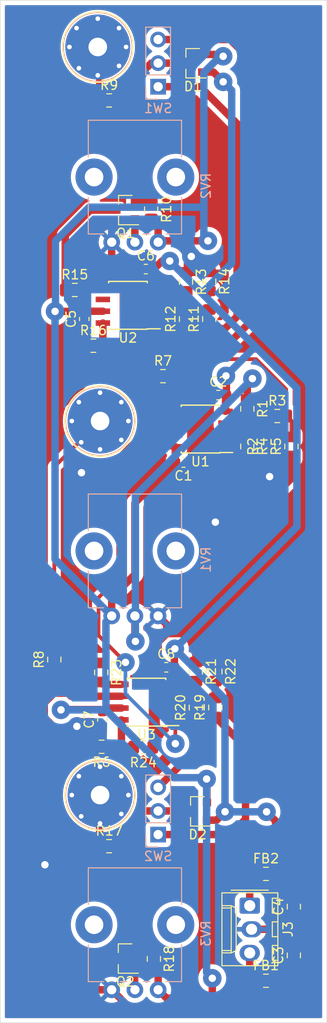
<source format=kicad_pcb>
(kicad_pcb (version 20241229) (generator "pcbnew") (generator_version "9.0")
  (layers (0 "F.Cu" signal) (2 "B.Cu" signal) (13 "F.Paste" user) (15 "B.Paste" user) (5 "F.SilkS" user "F.Silkscreen") (7 "B.SilkS" user "B.Silkscreen") (1 "F.Mask" user) (3 "B.Mask" user) (25 "Edge.Cuts" user))
  (net 0 "")
  (net 1 "GND")
  (net 2 "+5V")
  (net 3 "-5V")
  (net 4 "Net-(U3--In)")
  (net 5 "Net-(J3-Pin_3)")
  (net 6 "Net-(J3-Pin_1)")
  (net 7 "/channel-a/in")
  (net 8 "/channel-b/in")
  (net 9 "Net-(J4-Pin_1)")
  (net 10 "Net-(Q1-PadE)")
  (net 11 "Net-(Q1-PadB)")
  (net 12 "Net-(Q1-PadC)")
  (net 13 "Net-(Q2-PadE)")
  (net 14 "Net-(Q2-PadB)")
  (net 15 "Net-(Q2-PadC)")
  (net 16 "Net-(U1A-+)")
  (net 17 "Net-(R1-Pad1)")
  (net 18 "Net-(U1A--)")
  (net 19 "/channel-a/mix")
  (net 20 "Net-(R4-Pad2)")
  (net 21 "/channel-b/fb")
  (net 22 "/channel-b/out")
  (net 23 "Net-(U3-+In)")
  (net 24 "Net-(SW1-B)")
  (net 25 "Net-(U3-Iset)")
  (net 26 "/channel-a/fb")
  (net 27 "Net-(SW2-B)")
  (net 28 "Net-(U1B--)")
  (net 29 "/channel-a/out")
  (net 30 "Net-(SW1-A)")
  (net 31 "Net-(U2--In)")
  (net 32 "Net-(U2-+In)")
  (net 33 "Net-(SW1-C)")
  (net 34 "Net-(U2-Iset)")
  (net 35 "Net-(SW2-A)")
  (net 36 "Net-(SW2-C)")
  (footprint "synkie_footprints:R_0805_2012Metric_Pad1.15x1.40mm_HandSolder" (layer "F.Cu") (at 41.25 47.475 -90)
    (property "Reference" "R10")
    (property "Value" "4k3")
  )
  (footprint "synkie_footprints:SOIC-8_3.9x4.9mm_P1.27mm" (layer "F.Cu") (at 38.75 57.8 180)
    (property "Reference" "U2")
    (property "Value" "LT1228")
  )
  (footprint "synkie_footprints:R_0805_2012Metric_Pad1.15x1.40mm_HandSolder" (layer "F.Cu") (at 48.16 97.205 -90)
    (property "Reference" "R22")
    (property "Value" "1k")
  )
  (footprint "synkie_footprints:R_0805_2012Metric_Pad1.15x1.40mm_HandSolder" (layer "F.Cu") (at 33.025 56.145)
    (property "Reference" "R15")
    (property "Value" "1k")
  )
  (footprint "synkie_footprints:R_0805_2012Metric_Pad1.15x1.40mm_HandSolder" (layer "F.Cu") (at 46.06 97.215 -90)
    (property "Reference" "R21")
    (property "Value" "1k")
  )
  (footprint "synkie_footprints:C_0603_1608Metric_Pad1.05x0.95mm_HandSolder" (layer "F.Cu") (at 36 102.375 90)
    (property "Reference" "C7")
    (property "Value" "100n")
  )
  (footprint "synkie_footprints:C_0603_1608Metric_Pad1.05x0.95mm_HandSolder" (layer "F.Cu") (at 40.675 53.895)
    (property "Reference" "C6")
    (property "Value" "100n")
  )
  (footprint "synkie_footprints:C_0805_2012Metric_Pad1.15x1.40mm_HandSolder" (layer "F.Cu") (at 56.61 127.755 90)
    (property "Reference" "C3")
    (property "Value" "10u")
  )
  (footprint "synkie_footprints:Solderpad-SYNKIEPAD-2mm" (layer "F.Cu") (at 35.75 70.25)
    (property "Reference" "J4" (hide yes))
    (property "Value" "Out")
  )
  (footprint "synkie_footprints:Molex_KK-254_AE-6410-03A_1x03_P2.54mm_Vertical" (layer "F.Cu") (at 51.86 122.4 -90)
    (property "Reference" "J3")
    (property "Value" "Power")
  )
  (footprint "synkie_footprints:R_0805_2012Metric_Pad1.15x1.40mm_HandSolder" (layer "F.Cu") (at 51.6 72.985 -90)
    (property "Reference" "R4")
    (property "Value" "10k")
  )
  (footprint "synkie_footprints:C_0603_1608Metric_Pad1.05x0.95mm_HandSolder" (layer "F.Cu") (at 44.725 74.71 180)
    (property "Reference" "C1")
    (property "Value" "100n")
  )
  (footprint "synkie_footprints:R_0805_2012Metric_Pad1.15x1.40mm_HandSolder" (layer "F.Cu") (at 51.6 68.935 -90)
    (property "Reference" "R1")
    (property "Value" "100k")
  )
  (footprint "synkie_footprints:R_0805_2012Metric_Pad1.15x1.40mm_HandSolder" (layer "F.Cu") (at 56.35 72.985 90)
    (property "Reference" "R5")
    (property "Value" "470")
  )
  (footprint "synkie_footprints:R_0805_2012Metric_Pad1.15x1.40mm_HandSolder" (layer "F.Cu") (at 36.725 35.75)
    (property "Reference" "R9")
    (property "Value" "100")
  )
  (footprint "synkie_footprints:C_0603_1608Metric_Pad1.05x0.95mm_HandSolder" (layer "F.Cu") (at 48.475 67.46)
    (property "Reference" "C2")
    (property "Value" "100n")
  )
  (footprint "synkie_footprints:R_0805_2012Metric_Pad1.15x1.40mm_HandSolder" (layer "F.Cu") (at 53.85 72.985 90)
    (property "Reference" "R2")
    (property "Value" "100k")
  )
  (footprint "synkie_footprints:SOT-23_BEC" (layer "F.Cu") (at 38.5 47.55 180)
    (property "Reference" "Q1")
    (property "Value" "PNP")
  )
  (footprint "synkie_footprints:R_0805_2012Metric_Pad1.15x1.40mm_HandSolder" (layer "F.Cu") (at 45 59.275 90)
    (property "Reference" "R12")
    (property "Value" "10k")
  )
  (footprint "synkie_footprints:R_0805_2012Metric_Pad1.15x1.40mm_HandSolder" (layer "F.Cu") (at 54.825 69.71)
    (property "Reference" "R3")
    (property "Value" "10k")
  )
  (footprint "synkie_footprints:R_0805_2012Metric_Pad1.15x1.40mm_HandSolder" (layer "F.Cu") (at 36.725 116)
    (property "Reference" "R17")
    (property "Value" "100")
  )
  (footprint "synkie_footprints:R_0805_2012Metric_Pad1.15x1.40mm_HandSolder" (layer "F.Cu") (at 41.54 128.125 -90)
    (property "Reference" "R18")
    (property "Value" "4k3")
  )
  (footprint "synkie_footprints:SOT-23" (layer "F.Cu") (at 46.25 112.25 180)
    (property "Reference" "D2")
    (property "Value" "BAT54S")
  )
  (footprint "synkie_footprints:SOIC-8_3.9x4.9mm_P1.27mm" (layer "F.Cu") (at 46.55 71.115 180)
    (property "Reference" "U1")
    (property "Value" "LM833")
  )
  (footprint "synkie_footprints:SOT-23_BEC" (layer "F.Cu") (at 38.47 128.09 180)
    (property "Reference" "Q2")
    (property "Value" "PNP")
  )
  (footprint "synkie_footprints:C_0805_2012Metric_Pad1.15x1.40mm_HandSolder" (layer "F.Cu") (at 56.61 122.505 90)
    (property "Reference" "C4")
    (property "Value" "10u")
  )
  (footprint "synkie_footprints:C_0603_1608Metric_Pad1.05x0.95mm_HandSolder" (layer "F.Cu") (at 42.875 96.75)
    (property "Reference" "C8")
    (property "Value" "100n")
  )
  (footprint "synkie_footprints:R_0805_2012Metric_Pad1.15x1.40mm_HandSolder" (layer "F.Cu") (at 46.06 101.085 90)
    (property "Reference" "R20")
    (property "Value" "10k")
  )
  (footprint "synkie_footprints:R_0805_2012Metric_Pad1.15x1.40mm_HandSolder" (layer "F.Cu") (at 48.15 101.075 90)
    (property "Reference" "R19")
    (property "Value" "10k")
  )
  (footprint "synkie_footprints:Solderpad-SYNKIEPAD-2mm" (layer "F.Cu") (at 35.5 30)
    (property "Reference" "J1" (hide yes))
    (property "Value" "In-A")
  )
  (footprint "synkie_footprints:R_0805_2012Metric_Pad1.15x1.40mm_HandSolder" (layer "F.Cu") (at 47.5 59.275 90)
    (property "Reference" "R11")
    (property "Value" "10k")
  )
  (footprint "synkie_footprints:R_0805_2012Metric_Pad1.15x1.40mm_HandSolder" (layer "F.Cu") (at 45 55.275 -90)
    (property "Reference" "R13")
    (property "Value" "1k")
  )
  (footprint "synkie_footprints:R_0805_2012Metric_Pad1.15x1.40mm_HandSolder" (layer "F.Cu") (at 35.915 105.3 180)
    (property "Reference" "R6")
    (property "Value" "560")
  )
  (footprint "synkie_footprints:L_0805_2012Metric_Pad1.15x1.40mm_HandSolder" (layer "F.Cu") (at 53.61 130.48)
    (property "Reference" "FB1")
    (property "Value" "330u")
  )
  (footprint "synkie_footprints:R_0805_2012Metric_Pad1.15x1.40mm_HandSolder" (layer "F.Cu") (at 40.395 105.35 180)
    (property "Reference" "R24")
    (property "Value" "120")
  )
  (footprint "synkie_footprints:R_0805_2012Metric_Pad1.15x1.40mm_HandSolder" (layer "F.Cu") (at 30.82 95.915 90)
    (property "Reference" "R8")
    (property "Value" "75")
  )
  (footprint "synkie_footprints:SOIC-8_3.9x4.9mm_P1.27mm" (layer "F.Cu") (at 40.75 100.5 180)
    (property "Reference" "U3")
    (property "Value" "LT1228")
  )
  (footprint "synkie_footprints:R_0805_2012Metric_Pad1.15x1.40mm_HandSolder" (layer "F.Cu") (at 42.525 65.42)
    (property "Reference" "R7")
    (property "Value" "1k")
  )
  (footprint "synkie_footprints:Solderpad-SYNKIEPAD-2mm" (layer "F.Cu") (at 35.75 110.5)
    (property "Reference" "J2" (hide yes))
    (property "Value" "In-B")
  )
  (footprint "synkie_footprints:R_0805_2012Metric_Pad1.15x1.40mm_HandSolder" (layer "F.Cu") (at 35.87 97.305 -90)
    (property "Reference" "R23")
    (property "Value" "1k")
  )
  (footprint "synkie_footprints:R_0805_2012Metric_Pad1.15x1.40mm_HandSolder" (layer "F.Cu") (at 47.5 55.225 -90)
    (property "Reference" "R14")
    (property "Value" "1k")
  )
  (footprint "synkie_footprints:C_0603_1608Metric_Pad1.05x0.95mm_HandSolder" (layer "F.Cu") (at 34.05 59.27 90)
    (property "Reference" "C5")
    (property "Value" "100n")
  )
  (footprint "synkie_footprints:R_0805_2012Metric_Pad1.15x1.40mm_HandSolder" (layer "F.Cu") (at 35.025 62.145)
    (property "Reference" "R16")
    (property "Value" "120")
  )
  (footprint "synkie_footprints:SOT-23" (layer "F.Cu") (at 45.75 31.75 180)
    (property "Reference" "D1")
    (property "Value" "BAT54S")
  )
  (footprint "synkie_footprints:L_0805_2012Metric_Pad1.15x1.40mm_HandSolder" (layer "F.Cu") (at 53.61 118.98)
    (property "Reference" "FB2")
    (property "Value" "330u")
  )
  (footprint "synkie_footprints:Potentiometer_Alps_RK09K_Single_Vertical" (layer "B.Cu") (at 37 51 90)
    (property "Reference" "RV2")
    (property "Value" "10k")
  )
  (footprint "synkie_footprints:Potentiometer_Alps_RK09K_Single_Vertical" (layer "B.Cu") (at 37 91.226 90)
    (property "Reference" "RV1")
    (property "Value" "R_POT")
  )
  (footprint "synkie_footprints:PinHeader_1x03_P2.54mm_Vertical" (layer "B.Cu") (at 42 34.275)
    (property "Reference" "SW1")
    (property "Value" "SW_SPDT")
  )
  (footprint "synkie_footprints:PinHeader_1x03_P2.54mm_Vertical" (layer "B.Cu") (at 42 114.75)
    (property "Reference" "SW2")
    (property "Value" "SW_SPDT")
  )
  (footprint "synkie_footprints:Potentiometer_Alps_RK09K_Single_Vertical" (layer "B.Cu") (at 37 131.452 90)
    (property "Reference" "RV3")
    (property "Value" "10k")
  )
  (gr_rect (start 25 25) (end 60.16 135) (stroke (width 0.05)) (fill no) (layer "Edge.Cuts"))
  (segment (start 44.98 69.21) (end 46.75 70.98) (width 0.8) (layer "F.Cu") (net 1))
  (segment (start 42 96.75) (end 42 94.04) (width 0.8) (layer "F.Cu") (net 1))
  (segment (start 36.1 64.25) (end 35.95031 64.25) (width 0.8) (layer "F.Cu") (net 1))
  (segment (start 42.92 93.12) (end 45.16 93.12) (width 0.8) (layer "F.Cu") (net 1))
  (segment (start 42.92 92.146) (end 42.92 93.12) (width 0.8) (layer "F.Cu") (net 1))
  (segment (start 26.819 122.689) (end 26.819 117.79) (width 0.8) (layer "F.Cu") (net 1))
  (segment (start 36.1 64.25) (end 37 64.25) (width 0.8) (layer "F.Cu") (net 1))
  (segment (start 37 52.75) (end 38.145 53.895) (width 0.8) (layer "F.Cu") (net 1))
  (segment (start 46.12 54.25) (end 47.45 54.25) (width 0.8) (layer "F.Cu") (net 1))
  (segment (start 43.55 65.42) (end 43.55 68.91) (width 0.8) (layer "F.Cu") (net 1))
  (segment (start 34 62.145) (end 34 60.195) (width 0.8) (layer "F.Cu") (net 1))
  (segment (start 46.06 94.02) (end 46.06 96.19) (width 0.8) (layer "F.Cu") (net 1))
  (segment (start 58.74 125.22) (end 58.79 125.17) (width 0.8) (layer "F.Cu") (net 1))
  (segment (start 48.16 77.27) (end 48.16 81.13) (width 0.8) (layer "F.Cu") (net 1))
  (segment (start 45.6 74.71) (end 45.6 72.13) (width 0.8) (layer "F.Cu") (net 1))
  (segment (start 37 64.25) (end 38.25 63) (width 0.8) (layer "F.Cu") (net 1))
  (segment (start 34 60.195) (end 34.05 60.145) (width 0.8) (layer "F.Cu") (net 1))
  (segment (start 58.79 106.81) (end 58.79 125.17) (width 0.8) (layer "F.Cu") (net 1))
  (segment (start 58.56 124.94) (end 56.54 124.94) (width 0.8) (layer "F.Cu") (net 1))
  (segment (start 26.819 73.38131) (end 26.819 117.79) (width 0.8) (layer "F.Cu") (net 1))
  (segment (start 43.85 69.21) (end 44.98 69.21) (width 0.8) (layer "F.Cu") (net 1))
  (segment (start 46.12 53.09) (end 45.57 52.54) (width 0.8) (layer "F.Cu") (net 1))
  (segment (start 38.145 53.895) (end 39.8 53.895) (width 0.8) (layer "F.Cu") (net 1))
  (segment (start 53.85 74.01) (end 53.85 76.08) (width 0.8) (layer "F.Cu") (net 1))
  (segment (start 42 96.75) (end 41.42 97.33) (width 0.8) (layer "F.Cu") (net 1))
  (segment (start 46.75 70.98) (end 47.6 70.13) (width 0.8) (layer "F.Cu") (net 1))
  (segment (start 47.45 54.25) (end 47.5 54.2) (width 0.8) (layer "F.Cu") (net 1))
  (segment (start 41.42 97.33) (end 41.42 105.35) (width 0.8) (layer "F.Cu") (net 1))
  (segment (start 34 63.5) (end 34.75 64.25) (width 0.8) (layer "F.Cu") (net 1))
  (segment (start 37 131.452) (end 39.408 133.86) (width 0.8) (layer "F.Cu") (net 1))
  (segment (start 45 54.25) (end 46.12 54.25) (width 0.8) (layer "F.Cu") (net 1))
  (segment (start 56.61 124.87) (end 56.61 126.73) (width 0.8) (layer "F.Cu") (net 1))
  (segment (start 42 94.04) (end 42.92 93.12) (width 0.8) (layer "F.Cu") (net 1))
  (segment (start 34.75 64.25) (end 36.1 64.25) (width 0.8) (layer "F.Cu") (net 1))
  (segment (start 52.06 124.94) (end 56.54 124.94) (width 0.8) (layer "F.Cu") (net 1))
  (segment (start 36 103.25) (end 33.4 103.25) (width 0.8) (layer "F.Cu") (net 1))
  (segment (start 46.06 96.19) (end 48.15 96.19) (width 0.8) (layer "F.Cu") (net 1))
  (segment (start 48.16 96.18) (end 58.79 106.81) (width 0.8) (layer "F.Cu") (net 1))
  (segment (start 37 51) (end 37 52.75) (width 0.8) (layer "F.Cu") (net 1))
  (segment (start 34 62.145) (end 34 63.5) (width 0.8) (layer "F.Cu") (net 1))
  (segment (start 47.6 70.13) (end 47.6 67.46) (width 0.8) (layer "F.Cu") (net 1))
  (segment (start 27.029 118) (end 26.819 117.79) (width 0.8) (layer "F.Cu") (net 1))
  (segment (start 42 91.226) (end 42.92 92.146) (width 0.8) (layer "F.Cu") (net 1))
  (segment (start 58.79 125.17) (end 58.56 124.94) (width 0.8) (layer "F.Cu") (net 1))
  (segment (start 29.81 118) (end 27.029 118) (width 0.8) (layer "F.Cu") (net 1))
  (segment (start 45.6 74.71) (end 48.16 77.27) (width 0.8) (layer "F.Cu") (net 1))
  (segment (start 37 131.452) (end 35.582 131.452) (width 0.8) (layer "F.Cu") (net 1))
  (segment (start 48.16 81.13) (end 48.16 96.18) (width 0.8) (layer "F.Cu") (net 1))
  (segment (start 35.582 131.452) (end 26.819 122.689) (width 0.8) (layer "F.Cu") (net 1))
  (segment (start 55.28 133.86) (end 58.74 130.4) (width 0.8) (layer "F.Cu") (net 1))
  (segment (start 39.408 133.86) (end 55.28 133.86) (width 0.8) (layer "F.Cu") (net 1))
  (segment (start 43.55 68.91) (end 43.85 69.21) (width 0.8) (layer "F.Cu") (net 1))
  (segment (start 56.54 124.94) (end 56.61 124.87) (width 0.8) (layer "F.Cu") (net 1))
  (segment (start 38.25 63) (end 38.25 54) (width 0.8) (layer "F.Cu") (net 1))
  (segment (start 33.4 103.25) (end 33.25 103.1) (width 0.8) (layer "F.Cu") (net 1))
  (segment (start 35.95031 64.25) (end 26.819 73.38131) (width 0.8) (layer "F.Cu") (net 1))
  (segment (start 45.16 93.12) (end 46.06 94.02) (width 0.8) (layer "F.Cu") (net 1))
  (segment (start 56.61 123.53) (end 56.61 124.87) (width 0.8) (layer "F.Cu") (net 1))
  (segment (start 48.15 96.19) (end 48.16 96.18) (width 0.8) (layer "F.Cu") (net 1))
  (segment (start 53.85 76.08) (end 54 76.23) (width 0.8) (layer "F.Cu") (net 1))
  (segment (start 45.6 72.13) (end 46.75 70.98) (width 0.8) (layer "F.Cu") (net 1))
  (segment (start 46.12 54.25) (end 46.12 53.09) (width 0.8) (layer "F.Cu") (net 1))
  (segment (start 58.74 130.4) (end 58.74 125.22) (width 0.8) (layer "F.Cu") (net 1))
  (segment (start 38.25 54) (end 38.145 53.895) (width 0.8) (layer "F.Cu") (net 1))
  (via (at 33.75 75.81) (size 2) (drill 0.8) (layers "F.Cu" "B.Cu") (net 1))
  (via (at 45.57 52.54) (size 2) (drill 0.8) (layers "F.Cu" "B.Cu") (net 1))
  (via (at 29.81 118) (size 2) (drill 0.8) (layers "F.Cu" "B.Cu") (net 1))
  (via (at 54 76.23) (size 2) (drill 0.8) (layers "F.Cu" "B.Cu") (net 1))
  (via (at 33.25 103.1) (size 2) (drill 0.8) (layers "F.Cu" "B.Cu") (net 1))
  (via (at 48.16 81.13) (size 2) (drill 0.8) (layers "F.Cu" "B.Cu") (net 1))
  (segment (start 45.57 51.7) (end 43.02 49.15) (width 0.8) (layer "B.Cu") (net 1))
  (segment (start 53.06 76.23) (end 48.16 81.13) (width 0.8) (layer "B.Cu") (net 1))
  (segment (start 45.57 52.54) (end 45.57 51.7) (width 0.8) (layer "B.Cu") (net 1))
  (segment (start 37.64 49.15) (end 37 49.79) (width 0.8) (layer "B.Cu") (net 1))
  (segment (start 29.81 106.54) (end 29.81 118) (width 0.8) (layer "B.Cu") (net 1))
  (segment (start 54 76.23) (end 53.06 76.23) (width 0.8) (layer "B.Cu") (net 1))
  (segment (start 33.25 103.1) (end 29.81 106.54) (width 0.8) (layer "B.Cu") (net 1))
  (segment (start 37 49.79) (end 37 51) (width 0.8) (layer "B.Cu") (net 1))
  (segment (start 43.02 49.15) (end 37.64 49.15) (width 0.8) (layer "B.Cu") (net 1))
  (segment (start 42 49.25) (end 41.25 48.5) (width 0.8) (layer "F.Cu") (net 2))
  (segment (start 48.8 30.8) (end 49 31) (width 0.8) (layer "F.Cu") (net 2))
  (segment (start 36 101.5) (end 35.799 101.299) (width 0.8) (layer "F.Cu") (net 2))
  (segment (start 33.995 58.45) (end 34.05 58.395) (width 0.8) (layer "F.Cu") (net 2))
  (segment (start 54.91 130.48) (end 56.61 128.78) (width 0.8) (layer "F.Cu") (net 2))
  (segment (start 37 89.25) (end 39.5 86.75) (width 0.8) (layer "F.Cu") (net 2))
  (segment (start 35.799 101.299) (end 31.571 101.299) (width 0.8) (layer "F.Cu") (net 2))
  (segment (start 46.75 30.8) (end 48.8 30.8) (width 0.8) (layer "F.Cu") (net 2))
  (segment (start 47.25 108.8) (end 47.22 108.77) (width 0.8) (layer "F.Cu") (net 2))
  (segment (start 47.36 50.86) (end 42.14 50.86) (width 0.8) (layer "F.Cu") (net 2))
  (segment (start 39.5 79.06) (end 43.85 74.71) (width 0.8) (layer "F.Cu") (net 2))
  (segment (start 36.365 101.135) (end 38.05 101.135) (width 0.8) (layer "F.Cu") (net 2))
  (segment (start 42.14 50.86) (end 42 51) (width 0.8) (layer "F.Cu") (net 2))
  (segment (start 42 131.452) (end 42 129.61) (width 0.8) (layer "F.Cu") (net 2))
  (segment (start 42 51) (end 42 49.25) (width 0.8) (layer "F.Cu") (net 2))
  (segment (start 37 91.226) (end 37 89.25) (width 0.8) (layer "F.Cu") (net 2))
  (segment (start 54.635 130.48) (end 54.91 130.48) (width 0.8) (layer "F.Cu") (net 2))
  (segment (start 47.83 130.21) (end 47.83 132.142) (width 0.8) (layer "F.Cu") (net 2))
  (segment (start 42 131.452) (end 42.9 132.352) (width 0.8) (layer "F.Cu") (net 2))
  (segment (start 34.09 58.435) (end 34.05 58.395) (width 0.8) (layer "F.Cu") (net 2))
  (segment (start 42 129.61) (end 41.54 129.15) (width 0.8) (layer "F.Cu") (net 2))
  (segment (start 36.05 58.435) (end 34.09 58.435) (width 0.8) (layer "F.Cu") (net 2))
  (segment (start 30.9 58.45) (end 33.995 58.45) (width 0.8) (layer "F.Cu") (net 2))
  (segment (start 53.968 132.352) (end 54.635 131.685) (width 0.8) (layer "F.Cu") (net 2))
  (segment (start 54.635 131.685) (end 54.635 130.48) (width 0.8) (layer "F.Cu") (net 2))
  (segment (start 47.83 132.142) (end 47.62 132.352) (width 0.8) (layer "F.Cu") (net 2))
  (segment (start 43.85 74.71) (end 43.85 73.02) (width 0.8) (layer "F.Cu") (net 2))
  (segment (start 31.571 101.299) (end 31.54 101.33) (width 0.8) (layer "F.Cu") (net 2))
  (segment (start 42.9 132.352) (end 47.62 132.352) (width 0.8) (layer "F.Cu") (net 2))
  (segment (start 36 101.5) (end 36.365 101.135) (width 0.8) (layer "F.Cu") (net 2))
  (segment (start 39.5 86.75) (end 39.5 79.06) (width 0.8) (layer "F.Cu") (net 2))
  (segment (start 47.62 132.352) (end 53.968 132.352) (width 0.8) (layer "F.Cu") (net 2))
  (segment (start 47.25 111.3) (end 47.25 108.8) (width 0.8) (layer "F.Cu") (net 2))
  (via (at 47.83 130.21) (size 2) (drill 0.8) (layers "F.Cu" "B.Cu") (net 2))
  (via (at 47.22 108.77) (size 2) (drill 0.8) (layers "F.Cu" "B.Cu") (net 2))
  (via (at 47.36 50.86) (size 2) (drill 0.8) (layers "F.Cu" "B.Cu") (net 2))
  (via (at 31.54 101.33) (size 2) (drill 0.8) (layers "F.Cu" "B.Cu") (net 2))
  (via (at 30.9 58.45) (size 2) (drill 0.8) (layers "F.Cu" "B.Cu") (net 2))
  (via (at 49 31) (size 2) (drill 0.8) (layers "F.Cu" "B.Cu") (net 2))
  (segment (start 46.92 47.24) (end 34.57 47.24) (width 0.8) (layer "B.Cu") (net 2))
  (segment (start 30.9 85.126) (end 37 91.226) (width 0.8) (layer "B.Cu") (net 2))
  (segment (start 46.92 47.24) (end 46.92 50.42) (width 0.8) (layer "B.Cu") (net 2))
  (segment (start 30.95 58.4) (end 30.9 58.45) (width 0.8) (layer "B.Cu") (net 2))
  (segment (start 30.9 58.45) (end 30.9 85.126) (width 0.8) (layer "B.Cu") (net 2))
  (segment (start 46.92 50.42) (end 47.36 50.86) (width 0.8) (layer "B.Cu") (net 2))
  (segment (start 34.57 47.24) (end 30.95 50.86) (width 0.8) (layer "B.Cu") (net 2))
  (segment (start 49 31) (end 48.67 31) (width 0.8) (layer "B.Cu") (net 2))
  (segment (start 47.08 108.63) (end 47.22 108.77) (width 0.8) (layer "B.Cu") (net 2))
  (segment (start 48.67 31) (end 46.92 32.75) (width 0.8) (layer "B.Cu") (net 2))
  (segment (start 37 91.226) (end 36.38 91.846) (width 0.8) (layer "B.Cu") (net 2))
  (segment (start 43.68 108.63) (end 47.08 108.63) (width 0.8) (layer "B.Cu") (net 2))
  (segment (start 36.38 91.846) (end 36.38 101.33) (width 0.8) (layer "B.Cu") (net 2))
  (segment (start 47.22 108.77) (end 47.22 129.6) (width 0.8) (layer "B.Cu") (net 2))
  (segment (start 31.54 101.33) (end 36.38 101.33) (width 0.8) (layer "B.Cu") (net 2))
  (segment (start 46.92 32.75) (end 46.92 47.24) (width 0.8) (layer "B.Cu") (net 2))
  (segment (start 47.22 129.6) (end 47.83 130.21) (width 0.8) (layer "B.Cu") (net 2))
  (segment (start 36.38 101.33) (end 43.68 108.63) (width 0.8) (layer "B.Cu") (net 2))
  (segment (start 30.95 50.86) (end 30.95 58.4) (width 0.8) (layer "B.Cu") (net 2))
  (segment (start 49.35 67.46) (end 49.35 65.44) (width 0.8) (layer "F.Cu") (net 3))
  (segment (start 46.75 32.7) (end 47.95 32.7) (width 0.8) (layer "F.Cu") (net 3))
  (segment (start 49.35 65.44) (end 49.3 65.39) (width 0.8) (layer "F.Cu") (net 3))
  (segment (start 41.45 53.995) (end 41.55 53.895) (width 0.8) (layer "F.Cu") (net 3))
  (segment (start 43.75 96.75) (end 43.75 94.81) (width 0.8) (layer "F.Cu") (net 3))
  (segment (start 49.25 67.56) (end 49.35 67.46) (width 0.8) (layer "F.Cu") (net 3))
  (segment (start 43.75 96.75) (end 43.75 98.295) (width 0.8) (layer "F.Cu") (net 3))
  (segment (start 54.635 113.265) (end 53.67 112.3) (width 0.8) (layer "F.Cu") (net 3))
  (segment (start 47.95 32.7) (end 49 33.75) (width 0.8) (layer "F.Cu") (net 3))
  (segment (start 54.635 118.98) (end 54.635 113.265) (width 0.8) (layer "F.Cu") (net 3))
  (segment (start 47.25 113.2) (end 48.29 113.2) (width 0.8) (layer "F.Cu") (net 3))
  (segment (start 42.415 53.03) (end 41.55 53.895) (width 0.8) (layer "F.Cu") (net 3))
  (segment (start 43.25 53.03) (end 42.415 53.03) (width 0.8) (layer "F.Cu") (net 3))
  (segment (start 49.25 69.21) (end 49.25 67.56) (width 0.8) (layer "F.Cu") (net 3))
  (segment (start 43.75 94.81) (end 43.8 94.76) (width 0.8) (layer "F.Cu") (net 3))
  (segment (start 56.61 121.48) (end 56.61 120.955) (width 0.8) (layer "F.Cu") (net 3))
  (segment (start 48.29 113.2) (end 49.2 112.29) (width 0.8) (layer "F.Cu") (net 3))
  (segment (start 41.45 55.895) (end 41.45 53.995) (width 0.8) (layer "F.Cu") (net 3))
  (segment (start 43.75 98.295) (end 43.45 98.595) (width 0.8) (layer "F.Cu") (net 3))
  (segment (start 56.61 120.955) (end 54.635 118.98) (width 0.8) (layer "F.Cu") (net 3))
  (via (at 53.67 112.3) (size 2) (drill 0.8) (layers "F.Cu" "B.Cu") (net 3))
  (via (at 49.2 112.29) (size 2) (drill 0.8) (layers "F.Cu" "B.Cu") (net 3))
  (via (at 49.3 65.39) (size 2) (drill 0.8) (layers "F.Cu" "B.Cu") (net 3))
  (via (at 43.25 53.03) (size 2) (drill 0.8) (layers "F.Cu" "B.Cu") (net 3))
  (via (at 43.8 94.76) (size 2) (drill 0.8) (layers "F.Cu" "B.Cu") (net 3))
  (via (at 49 33.75) (size 2) (drill 0.8) (layers "F.Cu" "B.Cu") (net 3))
  (segment (start 46.885 56.305) (end 46.525 56.305) (width 0.8) (layer "B.Cu") (net 3))
  (segment (start 56.94 81.62) (end 56.94 66.72) (width 0.8) (layer "B.Cu") (net 3))
  (segment (start 43.8 94.76) (end 49.2 100.16) (width 0.8) (layer "B.Cu") (net 3))
  (segment (start 53.67 112.3) (end 49.21 112.3) (width 0.8) (layer "B.Cu") (net 3))
  (segment (start 49.21 112.3) (end 49.2 112.29) (width 0.8) (layer "B.Cu") (net 3))
  (segment (start 56.94 66.72) (end 52.44 62.22) (width 0.8) (layer "B.Cu") (net 3))
  (segment (start 49.92 34.67) (end 49.92 53.27) (width 0.8) (layer "B.Cu") (net 3))
  (segment (start 49 33.75) (end 49.92 34.67) (width 0.8) (layer "B.Cu") (net 3))
  (segment (start 43.8 94.76) (end 56.94 81.62) (width 0.8) (layer "B.Cu") (net 3))
  (segment (start 46.525 56.305) (end 43.25 53.03) (width 0.8) (layer "B.Cu") (net 3))
  (segment (start 49.3 65.39) (end 52.44 62.25) (width 0.8) (layer "B.Cu") (net 3))
  (segment (start 52.44 62.22) (end 46.525 56.305) (width 0.8) (layer "B.Cu") (net 3))
  (segment (start 49.2 100.16) (end 49.2 112.29) (width 0.8) (layer "B.Cu") (net 3))
  (segment (start 52.44 62.25) (end 52.44 62.22) (width 0.8) (layer "B.Cu") (net 3))
  (segment (start 49.92 53.27) (end 46.885 56.305) (width 0.8) (layer "B.Cu") (net 3))
  (segment (start 48.15 100.05) (end 48.15 98.24) (width 0.8) (layer "F.Cu") (net 4))
  (segment (start 47.065 101.135) (end 48.15 100.05) (width 0.2) (layer "F.Cu") (net 4))
  (segment (start 43.45 101.135) (end 47.065 101.135) (width 0.2) (layer "F.Cu") (net 4))
  (segment (start 48.15 98.24) (end 48.16 98.23) (width 0.8) (layer "F.Cu") (net 4))
  (segment (start 51.86 129.755) (end 52.585 130.48) (width 0.8) (layer "F.Cu") (net 5))
  (segment (start 51.86 127.48) (end 51.86 129.755) (width 0.8) (layer "F.Cu") (net 5))
  (segment (start 51.86 119.705) (end 52.585 118.98) (width 0.8) (layer "F.Cu") (net 6))
  (segment (start 51.86 122.4) (end 51.86 119.705) (width 0.8) (layer "F.Cu") (net 6))
  (segment (start 35.714 35.736) (end 35.7 35.75) (width 0.8) (layer "F.Cu") (net 7))
  (segment (start 35.714 29.968) (end 35.714 35.736) (width 0.8) (layer "F.Cu") (net 7))
  (segment (start 35.7 110.55) (end 35.75 110.5) (width 0.8) (layer "F.Cu") (net 8))
  (segment (start 35.7 116) (end 35.7 110.55) (width 0.8) (layer "F.Cu") (net 8))
  (segment (start 30.82 94.89) (end 30.82 75.18) (width 0.4) (layer "F.Cu") (net 9))
  (segment (start 30.82 75.18) (end 35.75 70.25) (width 0.4) (layer "F.Cu") (net 9))
  (segment (start 41.1 46.6) (end 41.25 46.45) (width 0.8) (layer "F.Cu") (net 10))
  (segment (start 39.5 46.6) (end 41.1 46.6) (width 0.8) (layer "F.Cu") (net 10))
  (segment (start 39.5 51) (end 39.5 48.5) (width 0.8) (layer "F.Cu") (net 11))
  (segment (start 34.7 47.55) (end 32 50.25) (width 0.8) (layer "F.Cu") (net 12))
  (segment (start 37.5 47.55) (end 34.7 47.55) (width 0.8) (layer "F.Cu") (net 12))
  (segment (start 32 50.25) (end 32 56.145) (width 0.8) (layer "F.Cu") (net 12))
  (segment (start 39.47 127.14) (end 41.5 127.14) (width 0.8) (layer "F.Cu") (net 13))
  (segment (start 41.5 127.14) (end 41.54 127.1) (width 0.8) (layer "F.Cu") (net 13))
  (segment (start 39.47 131.422) (end 39.5 131.452) (width 0.8) (layer "F.Cu") (net 14))
  (segment (start 39.47 129.04) (end 39.47 131.422) (width 0.8) (layer "F.Cu") (net 14))
  (segment (start 35.87 96.28) (end 32.17 96.28) (width 0.8) (layer "F.Cu") (net 15))
  (segment (start 31.83 95.94) (end 28.93 95.94) (width 0.2) (layer "F.Cu") (net 15))
  (segment (start 28.93 95.94) (end 28.46 96.41) (width 0.2) (layer "F.Cu") (net 15))
  (segment (start 28.46 112.28) (end 28.46 96.41) (width 0.8) (layer "F.Cu") (net 15))
  (segment (start 38.15 121.97) (end 30.11 113.93) (width 0.8) (layer "F.Cu") (net 15))
  (segment (start 32.17 96.28) (end 31.83 95.94) (width 0.2) (layer "F.Cu") (net 15))
  (segment (start 37.47 128.09) (end 38.15 127.41) (width 0.8) (layer "F.Cu") (net 15))
  (segment (start 30.11 113.93) (end 28.46 112.28) (width 0.8) (layer "F.Cu") (net 15))
  (segment (start 38.15 127.41) (end 38.15 121.97) (width 0.8) (layer "F.Cu") (net 15))
  (segment (start 51.08 70.48) (end 51.6 69.96) (width 0.8) (layer "F.Cu") (net 16))
  (segment (start 49.25 70.48) (end 51.08 70.48) (width 0.8) (layer "F.Cu") (net 16))
  (segment (start 53.8 69.71) (end 51.85 69.71) (width 0.8) (layer "F.Cu") (net 16))
  (segment (start 51.85 69.71) (end 51.6 69.96) (width 0.8) (layer "F.Cu") (net 16))
  (segment (start 51.6 66.23) (end 52.15 65.68) (width 0.8) (layer "F.Cu") (net 17))
  (segment (start 39.5 93.91) (end 39.55 93.96) (width 0.8) (layer "F.Cu") (net 17))
  (segment (start 39.5 91.226) (end 39.5 93.91) (width 0.8) (layer "F.Cu") (net 17))
  (segment (start 51.6 67.91) (end 51.6 66.23) (width 0.8) (layer "F.Cu") (net 17))
  (via (at 52.15 65.68) (size 2) (drill 0.8) (layers "F.Cu" "B.Cu") (net 17))
  (via (at 39.55 93.96) (size 2) (drill 0.8) (layers "F.Cu" "B.Cu") (net 17))
  (segment (start 39.55 93.96) (end 39.55 78.28) (width 0.8) (layer "B.Cu") (net 17))
  (segment (start 39.55 78.28) (end 52.15 65.68) (width 0.8) (layer "B.Cu") (net 17))
  (segment (start 51.6 71.96) (end 53.85 71.96) (width 0.8) (layer "F.Cu") (net 18))
  (segment (start 49.25 71.75) (end 51.39 71.75) (width 0.8) (layer "F.Cu") (net 18))
  (segment (start 51.39 71.75) (end 51.6 71.96) (width 0.8) (layer "F.Cu") (net 18))
  (segment (start 43.85 104.97) (end 43.85 102.805) (width 0.4) (layer "F.Cu") (net 19))
  (segment (start 41.5 65.42) (end 41.5 70.29969) (width 0.4) (layer "F.Cu") (net 19))
  (segment (start 56.35 71.96) (end 56.35 70.21) (width 0.4) (layer "F.Cu") (net 19))
  (segment (start 41.5 63.42) (end 41.45 63.37) (width 0.4) (layer "F.Cu") (net 19))
  (segment (start 41.47 63.59) (end 41.45 63.57) (width 0.4) (layer "F.Cu") (net 19))
  (segment (start 43.85 102.805) (end 43.45 102.405) (width 0.4) (layer "F.Cu") (net 19))
  (segment (start 35.582186 91.648078) (end 35.582186 93.322186) (width 0.4) (layer "F.Cu") (net 19))
  (segment (start 56.35 70.21) (end 55.85 69.71) (width 0.4) (layer "F.Cu") (net 19))
  (segment (start 35.582186 93.322186) (end 38.48 96.22) (width 0.4) (layer "F.Cu") (net 19))
  (segment (start 41.45 63.37) (end 41.45 63.57) (width 0.4) (layer "F.Cu") (net 19))
  (segment (start 41.5 70.29969) (end 37.701 74.09869) (width 0.4) (layer "F.Cu") (net 19))
  (segment (start 35.582186 89.252186) (end 35.582186 91.648078) (width 0.4) (layer "F.Cu") (net 19))
  (segment (start 52.55 63.59) (end 41.47 63.59) (width 0.4) (layer "F.Cu") (net 19))
  (segment (start 41.299 59.856) (end 41.45 59.705) (width 0.4) (layer "F.Cu") (net 19))
  (segment (start 41.5 65.42) (end 41.5 63.42) (width 0.4) (layer "F.Cu") (net 19))
  (segment (start 41.45 59.705) (end 41.45 63.37) (width 0.4) (layer "F.Cu") (net 19))
  (segment (start 55.78 66.82) (end 52.55 63.59) (width 0.4) (layer "F.Cu") (net 19))
  (segment (start 37.701 74.09869) (end 37.701 87.133372) (width 0.4) (layer "F.Cu") (net 19))
  (segment (start 37.701 87.133372) (end 35.582186 89.252186) (width 0.4) (layer "F.Cu") (net 19))
  (segment (start 55.85 69.71) (end 55.78 69.64) (width 0.4) (layer "F.Cu") (net 19))
  (segment (start 55.78 69.64) (end 55.78 66.82) (width 0.4) (layer "F.Cu") (net 19))
  (via (at 43.85 104.97) (size 2) (drill 0.8) (layers "F.Cu" "B.Cu") (net 19))
  (via (at 38.48 96.22) (size 2) (drill 0.8) (layers "F.Cu" "B.Cu") (net 19))
  (segment (start 38.48 99.6) (end 43.85 104.97) (width 0.4) (layer "B.Cu") (net 19))
  (segment (start 38.48 96.22) (end 38.48 99.6) (width 0.4) (layer "B.Cu") (net 19))
  (segment (start 54.745999 78.031) (end 56.35 76.426999) (width 0.8) (layer "F.Cu") (net 20))
  (segment (start 53.254001 78.031) (end 54.745999 78.031) (width 0.8) (layer "F.Cu") (net 20))
  (segment (start 51.6 76.376999) (end 53.254001 78.031) (width 0.8) (layer "F.Cu") (net 20))
  (segment (start 50.24 74.01) (end 51.6 74.01) (width 0.8) (layer "F.Cu") (net 20))
  (segment (start 51.6 74.01) (end 51.6 76.376999) (width 0.8) (layer "F.Cu") (net 20))
  (segment (start 49.25 73.02) (end 50.24 74.01) (width 0.8) (layer "F.Cu") (net 20))
  (segment (start 56.35 76.426999) (end 56.35 74.01) (width 0.8) (layer "F.Cu") (net 20))
  (segment (start 36.94 105.3) (end 38.06 105.3) (width 0.8) (layer "F.Cu") (net 21))
  (segment (start 39.32 105.3) (end 39.37 105.35) (width 0.8) (layer "F.Cu") (net 21))
  (segment (start 38.06 105.3) (end 39.32 105.3) (width 0.8) (layer "F.Cu") (net 21))
  (segment (start 38.05 105.29) (end 38.06 105.3) (width 0.8) (layer "F.Cu") (net 21))
  (segment (start 38.05 102.405) (end 38.05 105.29) (width 0.8) (layer "F.Cu") (net 21))
  (segment (start 38.05 99.865) (end 32.621999 99.865) (width 0.8) (layer "F.Cu") (net 22))
  (segment (start 30.82 96.94) (end 30.82 99.503001) (width 0.4) (layer "F.Cu") (net 22))
  (segment (start 32.621999 99.865) (end 32.285999 99.529) (width 0.8) (layer "F.Cu") (net 22))
  (segment (start 29.739 100.584001) (end 29.739 102.135999) (width 0.8) (layer "F.Cu") (net 22))
  (segment (start 32.285999 99.529) (end 30.794001 99.529) (width 0.8) (layer "F.Cu") (net 22))
  (segment (start 30.794001 99.529) (end 29.739 100.584001) (width 0.8) (layer "F.Cu") (net 22))
  (segment (start 32.903001 105.3) (end 34.89 105.3) (width 0.8) (layer "F.Cu") (net 22))
  (segment (start 30.82 99.503001) (end 30.794001 99.529) (width 0.4) (layer "F.Cu") (net 22))
  (segment (start 29.739 102.135999) (end 32.903001 105.3) (width 0.8) (layer "F.Cu") (net 22))
  (segment (start 45.865 99.865) (end 46.06 100.06) (width 0.8) (layer "F.Cu") (net 23))
  (segment (start 46.06 100.06) (end 46.06 98.24) (width 0.8) (layer "F.Cu") (net 23))
  (segment (start 43.45 99.865) (end 45.865 99.865) (width 0.8) (layer "F.Cu") (net 23))
  (segment (start 44.735 31.735) (end 44.75 31.75) (width 0.8) (layer "F.Cu") (net 24))
  (segment (start 41.265 31.735) (end 37.75 35.25) (width 0.8) (layer "F.Cu") (net 24))
  (segment (start 37.75 35.25) (end 37.75 35.75) (width 0.8) (layer "F.Cu") (net 24))
  (segment (start 42 31.735) (end 44.735 31.735) (width 0.8) (layer "F.Cu") (net 24))
  (segment (start 42 31.735) (end 41.265 31.735) (width 0.8) (layer "F.Cu") (net 24))
  (segment (start 38.05 98.595) (end 36.135 98.595) (width 0.8) (layer "F.Cu") (net 25))
  (segment (start 36.135 98.595) (end 35.87 98.33) (width 0.8) (layer "F.Cu") (net 25))
  (segment (start 36.05 59.705) (end 36.05 62.145) (width 0.8) (layer "F.Cu") (net 26))
  (segment (start 42 112.21) (end 45.21 112.21) (width 0.8) (layer "F.Cu") (net 27))
  (segment (start 37.75 115) (end 40.54 112.21) (width 0.8) (layer "F.Cu") (net 27))
  (segment (start 37.75 116) (end 37.75 115) (width 0.8) (layer "F.Cu") (net 27))
  (segment (start 40.54 112.21) (end 42 112.21) (width 0.8) (layer "F.Cu") (net 27))
  (segment (start 45.21 112.21) (end 45.25 112.25) (width 0.8) (layer "F.Cu") (net 27))
  (segment (start 43.85 71.75) (end 43.85 70.48) (width 0.8) (layer "F.Cu") (net 28))
  (segment (start 49.2 60.3) (end 47.5 60.3) (width 0.8) (layer "F.Cu") (net 30))
  (segment (start 46.525 34.275) (end 50.5 38.25) (width 0.8) (layer "F.Cu") (net 30))
  (segment (start 50.5 38.25) (end 50.5 59) (width 0.8) (layer "F.Cu") (net 30))
  (segment (start 42 34.275) (end 46.525 34.275) (width 0.8) (layer "F.Cu") (net 30))
  (segment (start 50.5 59) (end 49.2 60.3) (width 0.8) (layer "F.Cu") (net 30))
  (segment (start 41.45 58.435) (end 42.685 58.435) (width 0.4) (layer "F.Cu") (net 31))
  (segment (start 42.685 58.435) (end 43.5 59.25) (width 0.4) (layer "F.Cu") (net 31))
  (segment (start 47.5 58.25) (end 47.5 56.25) (width 0.4) (layer "F.Cu") (net 31))
  (segment (start 47.5 58.25) (end 46.5 59.25) (width 0.4) (layer "F.Cu") (net 31))
  (segment (start 46.5 59.25) (end 43.5 59.25) (width 0.2) (layer "F.Cu") (net 31))
  (segment (start 44.835 57.165) (end 45 57) (width 0.4) (layer "F.Cu") (net 32))
  (segment (start 41.45 57.165) (end 44.835 57.165) (width 0.4) (layer "F.Cu") (net 32))
  (segment (start 45 58.25) (end 45 57) (width 0.4) (layer "F.Cu") (net 32))
  (segment (start 45 57) (end 45 56.3) (width 0.4) (layer "F.Cu") (net 32))
  (segment (start 49.75 61.75) (end 46.45 61.75) (width 0.8) (layer "F.Cu") (net 33))
  (segment (start 42 29.195) (end 49.741999 29.195) (width 0.8) (layer "F.Cu") (net 33))
  (segment (start 52 31.453001) (end 52 59.5) (width 0.8) (layer "F.Cu") (net 33))
  (segment (start 52 59.5) (end 49.75 61.75) (width 0.8) (layer "F.Cu") (net 33))
  (segment (start 46.45 61.75) (end 45 60.3) (width 0.8) (layer "F.Cu") (net 33))
  (segment (start 49.741999 29.195) (end 52 31.453001) (width 0.8) (layer "F.Cu") (net 33))
  (segment (start 36.05 55.895) (end 34.3 55.895) (width 0.4) (layer "F.Cu") (net 34))
  (segment (start 34.3 55.895) (end 34.05 56.145) (width 0.4) (layer "F.Cu") (net 34))
  (segment (start 42 114.75) (end 49.75 114.75) (width 0.8) (layer "F.Cu") (net 35))
  (segment (start 51.41 113.09) (end 51.41 105.36) (width 0.8) (layer "F.Cu") (net 35))
  (segment (start 49.75 114.75) (end 51.41 113.09) (width 0.8) (layer "F.Cu") (net 35))
  (segment (start 51.41 105.36) (end 48.15 102.1) (width 0.8) (layer "F.Cu") (net 35))
  (segment (start 46.06 105.61) (end 46.06 102.11) (width 0.8) (layer "F.Cu") (net 36))
  (segment (start 42 109.67) (end 46.06 105.61) (width 0.8) (layer "F.Cu") (net 36))
  (zone (net 1) (net_name "GND") (layers "F.Cu" "B.Cu") (connect_pads (clearance 0.5)) (min_thickness 0.25) (fill yes (thermal_gap 0.5) (thermal_bridge_width 0.5))
    (polygon (pts (xy 25.02 24.99) (xy 60.12 24.9432) (xy 60.12 135.043607) (xy 24.98 134.95)))
  )
  (zone (net 0) (net_name "") (layers "F.Cu" "B.Cu") (connect_pads (clearance 0)) (min_thickness 0.25)
    (keepout (tracks allowed) (vias allowed) (pads allowed) (copperpour not_allowed) (footprints allowed))
    (fill (thermal_gap 0.5) (thermal_bridge_width 0.5))
    (polygon (pts (xy 37.89 56.5) (xy 37.84 61.29) (xy 34.8 61.25) (xy 34.8 56.51)))
  )
  (zone (net 0) (net_name "") (layers "F.Cu" "B.Cu") (connect_pads (clearance 0)) (min_thickness 0.25)
    (keepout (tracks allowed) (vias allowed) (pads allowed) (copperpour not_allowed) (footprints allowed))
    (fill (thermal_gap 0.5) (thermal_bridge_width 0.5))
    (polygon (pts (xy 36.57 99.19) (xy 40.99 99.15) (xy 40.99 104.6) (xy 36.48 104.5)))
  )
)
</source>
